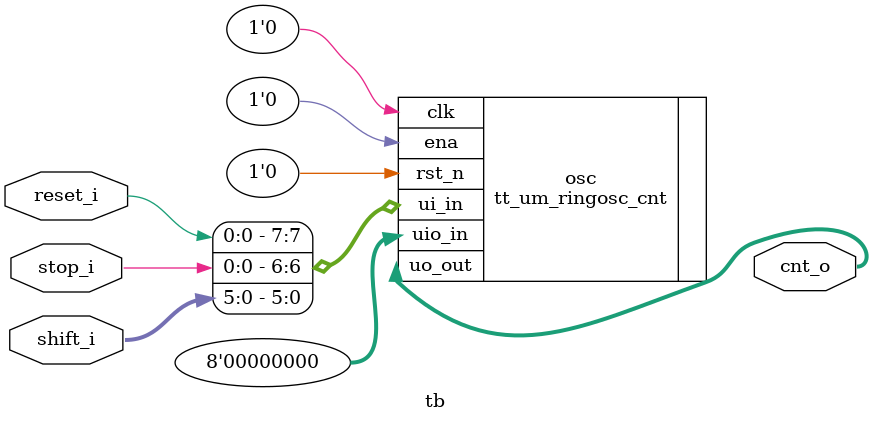
<source format=v>
`default_nettype none
`timescale 1ns/1ps

/*
this testbench just instantiates the module and makes some convenient wires
that can be driven / tested by the cocotb test.py
*/

module tb (
    // testbench is controlled by test.py
    input [5:0] shift_i,
    input stop_i,
    input reset_i,
    output [7:0] cnt_o
   );

    // this part dumps the trace to a vcd file that can be viewed with GTKWave
    initial begin
        $dumpfile ("tb.vcd");
        $dumpvars (0, tb);
        #1;
    end

    // instantiate the DUT
    tt_um_ringosc_cnt osc(
        `ifdef GL_TEST
            .vccd1( 1'b1),
            .vssd1( 1'b0),
        `endif
        .ui_in  ({reset_i, stop_i, shift_i}),
        .uo_out (cnt_o),
        .uio_in (8'b0),
        .ena    (1'b0),
        .clk    (1'b0),
        .rst_n  (1'b0)
    );

endmodule



</source>
